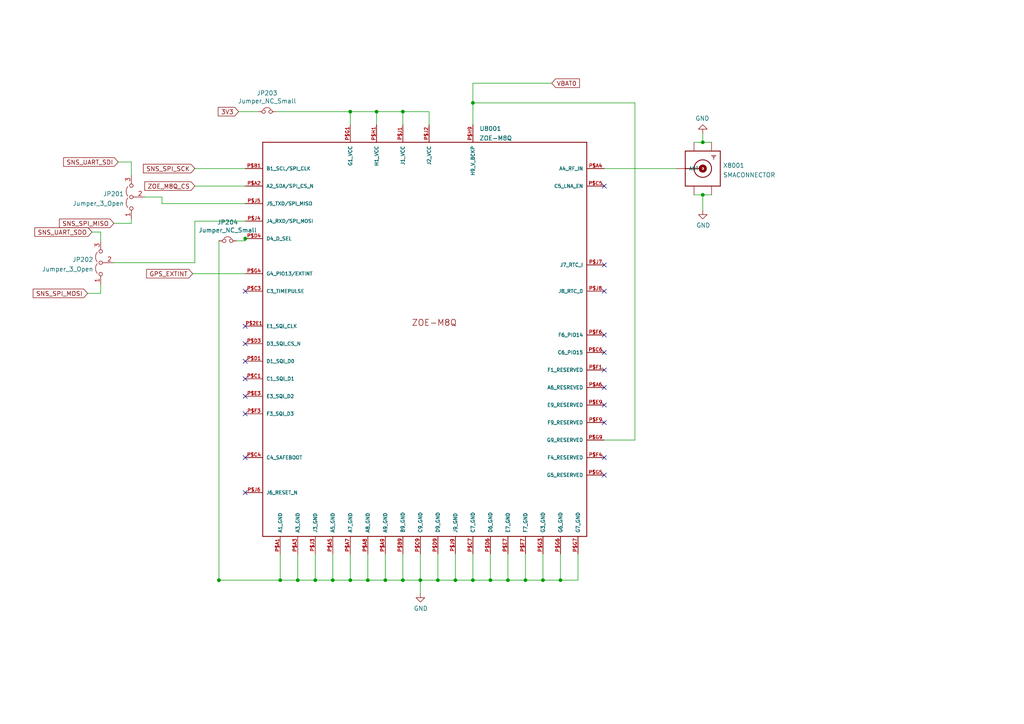
<source format=kicad_sch>
(kicad_sch (version 20211123) (generator eeschema)
  (paper "A4")
  (lib_symbols
    (symbol "Device:Jumper_NC_Small" (pin_numbers hide) (pin_names (offset 0.762) hide)
      (property "Reference" "JP" (at 0 2.032 0))
      (property "Value" "Device_Jumper_NC_Small" (at 0.254 -1.524 0))
      (symbol "Jumper_NC_Small_0_1"
        (circle (center -1.016 0) (radius 0.508))
        (circle (center 1.016 0) (radius 0.508))
        (arc (start 1.016 0.762) (mid 0 1.1828) (end -1.016 0.762))
        (pin passive line (at -2.54 0 0) (length 1.016) (name "1") (number "1"))
        (pin passive line (at 2.54 0 180) (length 1.016) (name "2") (number "2"))
      )
    )
    (symbol "Jumper:Jumper_3_Open" (pin_names (offset 0) hide)
      (property "Reference" "JP" (at -2.54 -2.54 0))
      (property "Value" "Jumper_3_Open" (at 0 2.794 0))
      (symbol "Jumper_3_Open_0_0"
        (circle (center -3.302 0) (radius 0.508))
        (circle (center 0 0) (radius 0.508))
        (circle (center 3.302 0) (radius 0.508))
      )
      (symbol "Jumper_3_Open_0_1"
        (arc (start -0.254 1.016) (mid -1.651 1.4992) (end -3.048 1.016))
        (polyline (pts (xy 0 -0.508) (xy 0 -1.27)))
        (arc (start 3.048 1.016) (mid 1.651 1.4992) (end 0.254 1.016))
      )
      (symbol "Jumper_3_Open_1_1"
        (pin passive line (at -6.35 0 0) (length 2.54) (name "A") (number "1"))
        (pin input line (at 0 -3.81 90) (length 2.54) (name "C") (number "2"))
        (pin passive line (at 6.35 0 180) (length 2.54) (name "B") (number "3"))
      )
    )
    (symbol "SMACONNECTOR:SMACONNECTOR" (pin_numbers hide) (pin_names (offset 1.016))
      (property "Reference" "X" (at 7.62 2.54 0))
      (property "Value" "SMACONNECTOR" (at 7.62 0 0))
      (symbol "SMACONNECTOR_0_0"
        (polyline (pts (xy -5.08 -5.08) (xy -5.08 0)) (stroke (width 0.254)))
        (polyline (pts (xy -5.08 0) (xy -5.08 5.08)) (stroke (width 0.254)))
        (polyline (pts (xy -5.08 0) (xy 0 0)) (stroke (width 0.254)))
        (polyline (pts (xy -5.08 5.08) (xy 5.08 5.08)) (stroke (width 0.254)))
        (polyline (pts (xy 2.54 3.81) (xy 3.175 3.81)) (stroke (width 0.127)))
        (polyline (pts (xy 3.175 3.175) (xy 2.54 3.81)) (stroke (width 0.127)))
        (polyline (pts (xy 3.175 3.81) (xy 3.175 2.54)) (stroke (width 0.127)))
        (polyline (pts (xy 3.175 3.81) (xy 3.81 3.81)) (stroke (width 0.127)))
        (polyline (pts (xy 3.81 3.81) (xy 3.175 3.175)) (stroke (width 0.127)))
        (polyline (pts (xy 5.08 -5.08) (xy -5.08 -5.08)) (stroke (width 0.254)))
        (polyline (pts (xy 5.08 5.08) (xy 5.08 -5.08)) (stroke (width 0.254)))
        (circle (center 0 0) (radius 0.3556) (stroke (width 0.8128)))
        (circle (center 0 0) (radius 2.54) (stroke (width 0.254)))
        (pin bidirectional line (at -7.62 0 0) (length 2.54) (name "ANT") (number "ANTENNA"))
        (pin power_in line (at -2.54 7.62 270) (length 2.54) (name "~") (number "GND1"))
        (pin power_in line (at 2.54 7.62 270) (length 2.54) (name "~") (number "GND2"))
        (pin power_in line (at -2.54 -7.62 90) (length 2.54) (name "~") (number "GND3"))
        (pin power_in line (at 2.54 -7.62 90) (length 2.54) (name "~") (number "GND4"))
      )
    )
    (symbol "ZOE-M8Q:ZOE-M8Q" (pin_names (offset 1.016))
      (property "Reference" "U" (at -71.12 93.98 0))
      (property "Value" "ZOE-M8Q" (at -86.36 -30.48 0))
      (symbol "ZOE-M8Q_0_0"
        (polyline (pts (xy -71.12 -25.4) (xy 22.86 -25.4)) (stroke (width 0.254)))
        (polyline (pts (xy -71.12 88.9) (xy -71.12 -25.4)) (stroke (width 0.254)))
        (polyline (pts (xy 22.86 88.9) (xy -71.12 88.9)) (stroke (width 0.254)))
        (polyline (pts (xy 22.86 88.9) (xy 22.86 -25.4)) (stroke (width 0.254)))
        (text "ZOE-M8Q" (at -27.94 35.56 0) (effects (font (size 1.778 1.778)) (justify left bottom)))
        (pin bidirectional line (at -76.2 35.56 0) (length 5.08) (name "E1_SQI_CLK") (number "P$2E1"))
        (pin power_in line (at -66.04 -30.48 90) (length 5.08) (name "A1_GND") (number "P$A1"))
        (pin bidirectional line (at -76.2 76.2 0) (length 5.08) (name "A2_SDA/SPI_CS_N") (number "P$A2"))
        (pin power_in line (at -60.96 -30.48 90) (length 5.08) (name "A3_GND") (number "P$A3"))
        (pin input line (at 27.94 81.28 180) (length 5.08) (name "A4_RF_IN") (number "P$A4"))
        (pin power_in line (at -50.8 -30.48 90) (length 5.08) (name "A5_GND") (number "P$A5"))
        (pin bidirectional line (at 27.94 17.78 180) (length 5.08) (name "A6_RESREVED") (number "P$A6"))
        (pin power_in line (at -45.72 -30.48 90) (length 5.08) (name "A7_GND") (number "P$A7"))
        (pin power_in line (at -40.64 -30.48 90) (length 5.08) (name "A8_GND") (number "P$A8"))
        (pin power_in line (at -35.56 -30.48 90) (length 5.08) (name "A9_GND") (number "P$A9"))
        (pin bidirectional line (at -76.2 81.28 0) (length 5.08) (name "B1_SCL/SPI_CLK") (number "P$B1"))
        (pin power_in line (at -30.48 -30.48 90) (length 5.08) (name "B9_GND") (number "P$B9"))
        (pin bidirectional line (at -76.2 20.32 0) (length 5.08) (name "C1_SQI_D1") (number "P$C1"))
        (pin bidirectional line (at -76.2 45.72 0) (length 5.08) (name "C3_TIMEPULSE") (number "P$C3"))
        (pin bidirectional line (at -76.2 -2.54 0) (length 5.08) (name "C4_SAFEBOOT") (number "P$C4"))
        (pin bidirectional line (at 27.94 76.2 180) (length 5.08) (name "C5_LNA_EN") (number "P$C5"))
        (pin bidirectional line (at 27.94 27.94 180) (length 5.08) (name "C6_PIO15") (number "P$C6"))
        (pin power_in line (at -10.16 -30.48 90) (length 5.08) (name "C7_GND") (number "P$C7"))
        (pin power_in line (at -25.4 -30.48 90) (length 5.08) (name "C9_GND") (number "P$C9"))
        (pin bidirectional line (at -76.2 25.4 0) (length 5.08) (name "D1_SQI_D0") (number "P$D1"))
        (pin bidirectional line (at -76.2 30.48 0) (length 5.08) (name "D3_SQI_CS_N") (number "P$D3"))
        (pin bidirectional line (at -76.2 60.96 0) (length 5.08) (name "D4_D_SEL") (number "P$D4"))
        (pin power_in line (at -5.08 -30.48 90) (length 5.08) (name "D6_GND") (number "P$D6"))
        (pin power_in line (at -20.32 -30.48 90) (length 5.08) (name "D9_GND") (number "P$D9"))
        (pin bidirectional line (at -76.2 15.24 0) (length 5.08) (name "E3_SQI_D2") (number "P$E3"))
        (pin power_in line (at 0 -30.48 90) (length 5.08) (name "E7_GND") (number "P$E7"))
        (pin bidirectional line (at 27.94 12.7 180) (length 5.08) (name "E9_RESERVED") (number "P$E9"))
        (pin bidirectional line (at 27.94 22.86 180) (length 5.08) (name "F1_RESERVED") (number "P$F1"))
        (pin bidirectional line (at -76.2 10.16 0) (length 5.08) (name "F3_SQI_D3") (number "P$F3"))
        (pin bidirectional line (at 27.94 -2.54 180) (length 5.08) (name "F4_RESERVED") (number "P$F4"))
        (pin bidirectional line (at 27.94 33.02 180) (length 5.08) (name "F6_PIO14") (number "P$F6"))
        (pin power_in line (at 5.08 -30.48 90) (length 5.08) (name "F7_GND") (number "P$F7"))
        (pin bidirectional line (at 27.94 7.62 180) (length 5.08) (name "F9_RESERVED") (number "P$F9"))
        (pin power_in line (at -45.72 93.98 270) (length 5.08) (name "G1_VCC") (number "P$G1"))
        (pin power_in line (at 10.16 -30.48 90) (length 5.08) (name "G3_GND") (number "P$G3"))
        (pin bidirectional line (at -76.2 50.8 0) (length 5.08) (name "G4_PIO13/EXTINT") (number "P$G4"))
        (pin bidirectional line (at 27.94 -7.62 180) (length 5.08) (name "G5_RESERVED") (number "P$G5"))
        (pin power_in line (at 15.24 -30.48 90) (length 5.08) (name "G6_GND") (number "P$G6"))
        (pin power_in line (at 20.32 -30.48 90) (length 5.08) (name "G7_GND") (number "P$G7"))
        (pin bidirectional line (at 27.94 2.54 180) (length 5.08) (name "G9_RESERVED") (number "P$G9"))
        (pin power_in line (at -38.1 93.98 270) (length 5.08) (name "H1_VCC") (number "P$H1"))
        (pin power_in line (at -10.16 93.98 270) (length 5.08) (name "H9_V_BCKP") (number "P$H9"))
        (pin power_in line (at -30.48 93.98 270) (length 5.08) (name "J1_VCC") (number "P$J1"))
        (pin power_in line (at -22.86 93.98 270) (length 5.08) (name "J2_VCC") (number "P$J2"))
        (pin power_in line (at -55.88 -30.48 90) (length 5.08) (name "J3_GND") (number "P$J3"))
        (pin bidirectional line (at -76.2 66.04 0) (length 5.08) (name "J4_RXD/SPI_MOSI") (number "P$J4"))
        (pin bidirectional line (at -76.2 71.12 0) (length 5.08) (name "J5_TXD/SPI_MISO") (number "P$J5"))
        (pin bidirectional line (at -76.2 -12.7 0) (length 5.08) (name "J6_RESET_N") (number "P$J6"))
        (pin bidirectional line (at 27.94 53.34 180) (length 5.08) (name "J7_RTC_I") (number "P$J7"))
        (pin bidirectional line (at 27.94 45.72 180) (length 5.08) (name "J8_RTC_0") (number "P$J8"))
        (pin power_in line (at -15.24 -30.48 90) (length 5.08) (name "J9_GND") (number "P$J9"))
      )
    )
    (symbol "power:GND" (power) (pin_names (offset 0))
      (property "Value" "GND" (at 0 -3.81 0))
      (symbol "GND_0_1"
        (polyline (pts (xy 0 0) (xy 0 -1.27) (xy 1.27 -1.27) (xy 0 -2.54) (xy -1.27 -1.27) (xy 0 -1.27)))
      )
      (symbol "GND_1_1"
        (pin power_in line (at 0 0 270) (length 0) hide (name "GND") (number "1"))
      )
    )
  )
  (junction (at 121.92 168.275))
  (junction (at 147.32 168.275))
  (junction (at 162.56 168.275))
  (junction (at 127 168.275))
  (junction (at 96.52 168.275))
  (junction (at 91.44 168.275))
  (junction (at 63.5 168.275))
  (junction (at 142.24 168.275))
  (junction (at 137.16 168.275))
  (junction (at 71.12 69.215))
  (junction (at 157.48 168.275))
  (junction (at 132.08 168.275))
  (junction (at 81.28 168.275))
  (junction (at 203.835 56.515))
  (junction (at 203.835 41.275))
  (junction (at 86.36 168.275))
  (junction (at 101.6 168.275))
  (junction (at 116.84 168.275))
  (junction (at 152.4 168.275))
  (junction (at 111.76 168.275))
  (junction (at 137.16 29.845))
  (junction (at 116.84 32.385))
  (junction (at 106.68 168.275))
  (junction (at 101.6 32.385))
  (junction (at 109.22 32.385))
  (no_connect (at 175.26 53.975))
  (no_connect (at 71.12 120.015))
  (no_connect (at 71.12 99.695))
  (no_connect (at 71.12 109.855))
  (no_connect (at 71.12 142.875))
  (no_connect (at 175.26 117.475))
  (no_connect (at 175.26 84.455))
  (no_connect (at 175.26 107.315))
  (no_connect (at 71.12 94.615))
  (no_connect (at 175.26 137.795))
  (no_connect (at 175.26 122.555))
  (no_connect (at 175.26 97.155))
  (no_connect (at 71.12 104.775))
  (no_connect (at 71.12 84.455))
  (no_connect (at 175.26 76.835))
  (no_connect (at 71.12 132.715))
  (no_connect (at 71.12 114.935))
  (no_connect (at 175.26 102.235))
  (no_connect (at 175.26 132.715))
  (no_connect (at 175.26 112.395))
  (wire (pts (xy 147.32 168.275) (xy 152.4 168.275)))
  (wire (pts (xy 142.24 160.655) (xy 142.24 168.275)))
  (wire (pts (xy 71.12 59.055) (xy 46.99 59.055)))
  (wire (pts (xy 137.16 29.845) (xy 184.15 29.845)))
  (wire (pts (xy 167.64 168.275) (xy 167.64 160.655)))
  (wire (pts (xy 101.6 168.275) (xy 106.68 168.275)))
  (wire (pts (xy 71.12 53.975) (xy 56.515 53.975)))
  (wire (pts (xy 203.835 56.515) (xy 206.375 56.515)))
  (wire (pts (xy 184.15 29.845) (xy 184.15 127.635)))
  (wire (pts (xy 63.5 168.275) (xy 81.28 168.275)))
  (wire (pts (xy 56.515 64.135) (xy 71.12 64.135)))
  (wire (pts (xy 91.44 160.655) (xy 91.44 168.275)))
  (wire (pts (xy 203.835 60.96) (xy 203.835 56.515)))
  (wire (pts (xy 96.52 160.655) (xy 96.52 168.275)))
  (wire (pts (xy 116.84 160.655) (xy 116.84 168.275)))
  (wire (pts (xy 111.76 168.275) (xy 116.84 168.275)))
  (wire (pts (xy 132.08 168.275) (xy 137.16 168.275)))
  (wire (pts (xy 38.1 64.77) (xy 33.02 64.77)))
  (wire (pts (xy 29.21 82.55) (xy 29.21 85.09)))
  (wire (pts (xy 121.92 168.275) (xy 127 168.275)))
  (wire (pts (xy 175.26 48.895) (xy 196.215 48.895)))
  (wire (pts (xy 124.46 36.195) (xy 124.46 32.385)))
  (wire (pts (xy 80.01 32.385) (xy 101.6 32.385)))
  (wire (pts (xy 203.835 41.275) (xy 206.375 41.275)))
  (wire (pts (xy 101.6 36.195) (xy 101.6 32.385)))
  (wire (pts (xy 116.84 168.275) (xy 121.92 168.275)))
  (wire (pts (xy 38.1 46.99) (xy 34.29 46.99)))
  (wire (pts (xy 121.92 160.655) (xy 121.92 168.275)))
  (wire (pts (xy 63.5 168.275) (xy 63.5 168.91)))
  (wire (pts (xy 162.56 160.655) (xy 162.56 168.275)))
  (wire (pts (xy 56.515 48.895) (xy 71.12 48.895)))
  (wire (pts (xy 127 160.655) (xy 127 168.275)))
  (wire (pts (xy 203.835 38.735) (xy 203.835 41.275)))
  (wire (pts (xy 81.28 168.275) (xy 86.36 168.275)))
  (wire (pts (xy 63.5 69.85) (xy 63.5 168.275)))
  (wire (pts (xy 201.295 41.275) (xy 203.835 41.275)))
  (wire (pts (xy 86.36 168.275) (xy 91.44 168.275)))
  (wire (pts (xy 137.16 160.655) (xy 137.16 168.275)))
  (wire (pts (xy 71.12 69.215) (xy 71.12 69.85)))
  (wire (pts (xy 86.36 160.655) (xy 86.36 168.275)))
  (wire (pts (xy 124.46 32.385) (xy 116.84 32.385)))
  (wire (pts (xy 38.1 63.5) (xy 38.1 64.77)))
  (wire (pts (xy 137.16 168.275) (xy 142.24 168.275)))
  (wire (pts (xy 106.68 160.655) (xy 106.68 168.275)))
  (wire (pts (xy 132.08 160.655) (xy 132.08 168.275)))
  (wire (pts (xy 137.16 24.13) (xy 137.16 29.845)))
  (wire (pts (xy 33.02 76.2) (xy 56.515 76.2)))
  (wire (pts (xy 162.56 168.275) (xy 167.64 168.275)))
  (wire (pts (xy 101.6 160.655) (xy 101.6 168.275)))
  (wire (pts (xy 38.1 50.8) (xy 38.1 46.99)))
  (wire (pts (xy 157.48 160.655) (xy 157.48 168.275)))
  (wire (pts (xy 71.12 79.375) (xy 55.88 79.375)))
  (wire (pts (xy 201.295 56.515) (xy 203.835 56.515)))
  (wire (pts (xy 111.76 160.655) (xy 111.76 168.275)))
  (wire (pts (xy 116.84 36.195) (xy 116.84 32.385)))
  (wire (pts (xy 137.16 29.845) (xy 137.16 36.195)))
  (wire (pts (xy 127 168.275) (xy 132.08 168.275)))
  (wire (pts (xy 157.48 168.275) (xy 162.56 168.275)))
  (wire (pts (xy 46.99 59.055) (xy 46.99 57.15)))
  (wire (pts (xy 109.22 36.195) (xy 109.22 32.385)))
  (wire (pts (xy 46.99 57.15) (xy 41.91 57.15)))
  (wire (pts (xy 96.52 168.275) (xy 101.6 168.275)))
  (wire (pts (xy 106.68 168.275) (xy 111.76 168.275)))
  (wire (pts (xy 152.4 168.275) (xy 157.48 168.275)))
  (wire (pts (xy 91.44 168.275) (xy 96.52 168.275)))
  (wire (pts (xy 29.21 85.09) (xy 25.4 85.09)))
  (wire (pts (xy 26.67 67.31) (xy 29.21 67.31)))
  (wire (pts (xy 116.84 32.385) (xy 109.22 32.385)))
  (wire (pts (xy 142.24 168.275) (xy 147.32 168.275)))
  (wire (pts (xy 184.15 127.635) (xy 175.26 127.635)))
  (wire (pts (xy 109.22 32.385) (xy 101.6 32.385)))
  (wire (pts (xy 29.21 67.31) (xy 29.21 69.85)))
  (wire (pts (xy 74.93 32.385) (xy 69.215 32.385)))
  (wire (pts (xy 81.28 160.655) (xy 81.28 168.275)))
  (wire (pts (xy 160.02 24.13) (xy 137.16 24.13)))
  (wire (pts (xy 152.4 160.655) (xy 152.4 168.275)))
  (wire (pts (xy 68.58 69.85) (xy 71.12 69.85)))
  (wire (pts (xy 147.32 160.655) (xy 147.32 168.275)))
  (wire (pts (xy 71.12 68.58) (xy 71.12 69.215)))
  (wire (pts (xy 56.515 76.2) (xy 56.515 64.135)))
  (wire (pts (xy 121.92 172.085) (xy 121.92 168.275)))
  (global_label "SNS_SPI_SCK" (shape input) (at 56.515 48.895 180) (property "Intersheet References" "${INTERSHEET_REFS}" (effects hide)))
  (global_label "SNS_SPI_MOSI" (shape input) (at 25.4 85.09 180) (property "Intersheet References" "${INTERSHEET_REFS}" (effects hide)))
  (global_label "SNS_UART_SDO" (shape input) (at 26.67 67.31 180) (property "Intersheet References" "${INTERSHEET_REFS}" (effects hide)))
  (global_label "SNS_SPI_MISO" (shape input) (at 33.02 64.77 180) (property "Intersheet References" "${INTERSHEET_REFS}" (effects hide)))
  (global_label "3V3" (shape input) (at 69.215 32.385 180) (property "Intersheet References" "${INTERSHEET_REFS}" (effects hide)))
  (global_label "ZOE_M8Q_CS" (shape input) (at 56.515 53.975 180) (property "Intersheet References" "${INTERSHEET_REFS}" (effects hide)))
  (global_label "SNS_UART_SDI" (shape input) (at 34.29 46.99 180) (property "Intersheet References" "${INTERSHEET_REFS}" (effects hide)))
  (global_label "VBAT0" (shape input) (at 160.02 24.13 0) (property "Intersheet References" "${INTERSHEET_REFS}" (effects hide)))
  (global_label "GPS_EXTINT" (shape input) (at 55.88 79.375 180) (property "Intersheet References" "${INTERSHEET_REFS}" (effects hide)))
  (symbol (lib_id "Device:Jumper_NC_Small") (at 77.47 32.385 0) (unit 1)
    (property "Reference" "JP203" (at 77.47 27.0002 0))
    (property "Value" "Jumper_NC_Small" (at 77.47 29.3116 0))
    (property "Footprint" "Jumper:SolderJumper-2_P1.3mm_Bridged2Bar_RoundedPad1.0x1.5mm" (effects hide))
  )
  (symbol (lib_id "power:GND") (at 121.92 172.085 0) (unit 1)
    (property "Reference" "#PWR0201" (effects hide))
    (property "Value" "GND" (at 122.047 176.4792 0))
  )
  (symbol (lib_id "power:GND") (at 203.835 60.96 0) (unit 1)
    (property "Reference" "#PWR0203" (effects hide))
    (property "Value" "GND" (at 203.962 65.3542 0))
  )
  (symbol (lib_id "power:GND") (at 203.835 38.735 180) (unit 1)
    (property "Reference" "#PWR0202" (effects hide))
    (property "Value" "GND" (at 203.708 34.3408 0))
  )
  (symbol (lib_id "Jumper:Jumper_3_Open") (at 29.21 76.2 90) (unit 1)
    (property "Reference" "JP202" (at 27.0759 75.2915 90) (effects (justify left)))
    (property "Value" "Jumper_3_Open" (at 27.0759 78.0666 90) (effects (justify left)))
    (property "Footprint" "Jumper:SolderJumper-3_P1.3mm_Open_RoundedPad1.0x1.5mm" (effects hide))
  )
  (symbol (lib_id "Device:Jumper_NC_Small") (at 66.04 69.85 0) (unit 1)
    (property "Reference" "JP204" (at 66.04 64.4652 0))
    (property "Value" "Jumper_NC_Small" (at 66.04 66.7766 0))
    (property "Footprint" "Jumper:SolderJumper-2_P1.3mm_Bridged_RoundedPad1.0x1.5mm" (effects hide))
  )
  (symbol (lib_id "ZOE-M8Q:ZOE-M8Q") (at 147.32 130.175 0) (unit 1)
    (property "Reference" "U8001" (at 139.0397 37.3085 0) (effects (justify left)))
    (property "Value" "ZOE-M8Q" (at 139.0397 40.0836 0) (effects (justify left)))
    (property "Footprint" "ZOE-M8Q:ZOE-M8Q" (effects hide))
  )
  (symbol (lib_id "SMACONNECTOR:SMACONNECTOR") (at 203.835 48.895 0) (unit 1)
    (property "Reference" "X8001" (at 209.677 47.9865 0) (effects (justify left)))
    (property "Value" "SMACONNECTOR" (at 209.677 50.7616 0) (effects (justify left)))
    (property "Footprint" "uFL:uFL" (effects hide))
  )
  (symbol (lib_id "Jumper:Jumper_3_Open") (at 38.1 57.15 90) (unit 1)
    (property "Reference" "JP201" (at 35.9659 56.2415 90) (effects (justify left)))
    (property "Value" "Jumper_3_Open" (at 35.9659 59.0166 90) (effects (justify left)))
    (property "Footprint" "Jumper:SolderJumper-3_P1.3mm_Open_RoundedPad1.0x1.5mm" (effects hide))
  )
)
</source>
